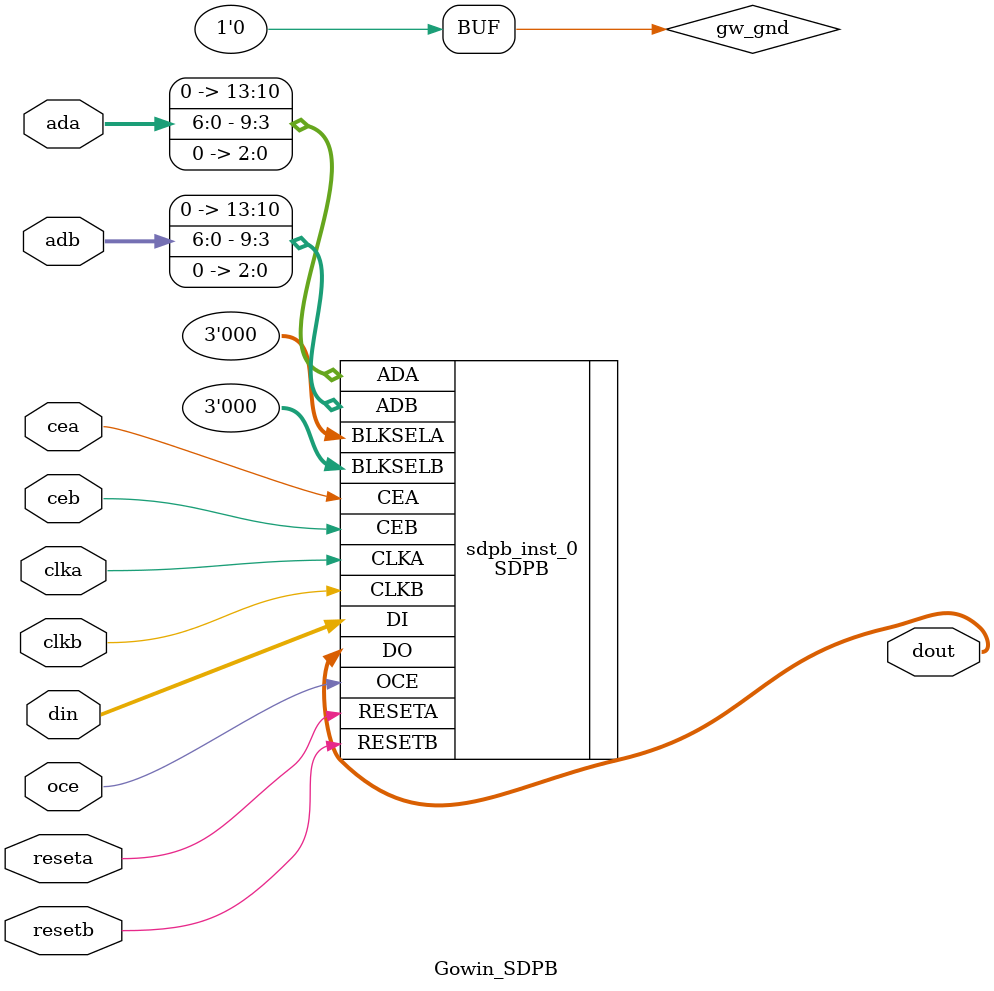
<source format=v>

module Gowin_SDPB (dout, clka, cea, reseta, clkb, ceb, resetb, oce, ada, din, adb);

output [5:0] dout;
input clka;
input cea;
input reseta;
input clkb;
input ceb;
input resetb;
input oce;
input [6:0] ada;
input [5:0] din;
input [6:0] adb;

wire gw_gnd;

assign gw_gnd = 1'b0;

SDPB sdpb_inst_0 (
    .DO(dout[5:0]),
    .CLKA(clka),
    .CEA(cea),
    .RESETA(reseta),
    .CLKB(clkb),
    .CEB(ceb),
    .RESETB(resetb),
    .OCE(oce),
    .BLKSELA({gw_gnd,gw_gnd,gw_gnd}),
    .BLKSELB({gw_gnd,gw_gnd,gw_gnd}),
    .ADA({gw_gnd,gw_gnd,gw_gnd,gw_gnd,ada[6:0],gw_gnd,gw_gnd,gw_gnd}),
    .DI(din[5:0]),
    .ADB({gw_gnd,gw_gnd,gw_gnd,gw_gnd,adb[6:0],gw_gnd,gw_gnd,gw_gnd})
);

defparam sdpb_inst_0.READ_MODE = 1'b0; // Bypass.
defparam sdpb_inst_0.BIT_WIDTH_0 = 8;
defparam sdpb_inst_0.BIT_WIDTH_1 = 8;
defparam sdpb_inst_0.BLK_SEL_0 = 3'b000;
defparam sdpb_inst_0.BLK_SEL_1 = 3'b000;
defparam sdpb_inst_0.RESET_MODE = "ASYNC"; // Synchronous reset.

endmodule //Gowin_SDPB

</source>
